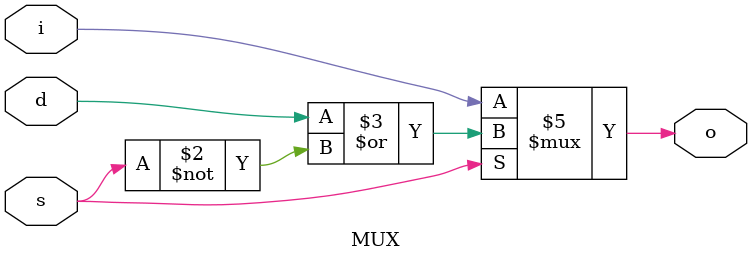
<source format=v>
module MUX #(
    parameter N=1
) (
    output wire o,
    input  wire i,
    input  wire [N-1:0] s,
    input  wire [N-1:0] d);

    assign o = (|s) ? &(d|(~s)) : i;
endmodule

</source>
